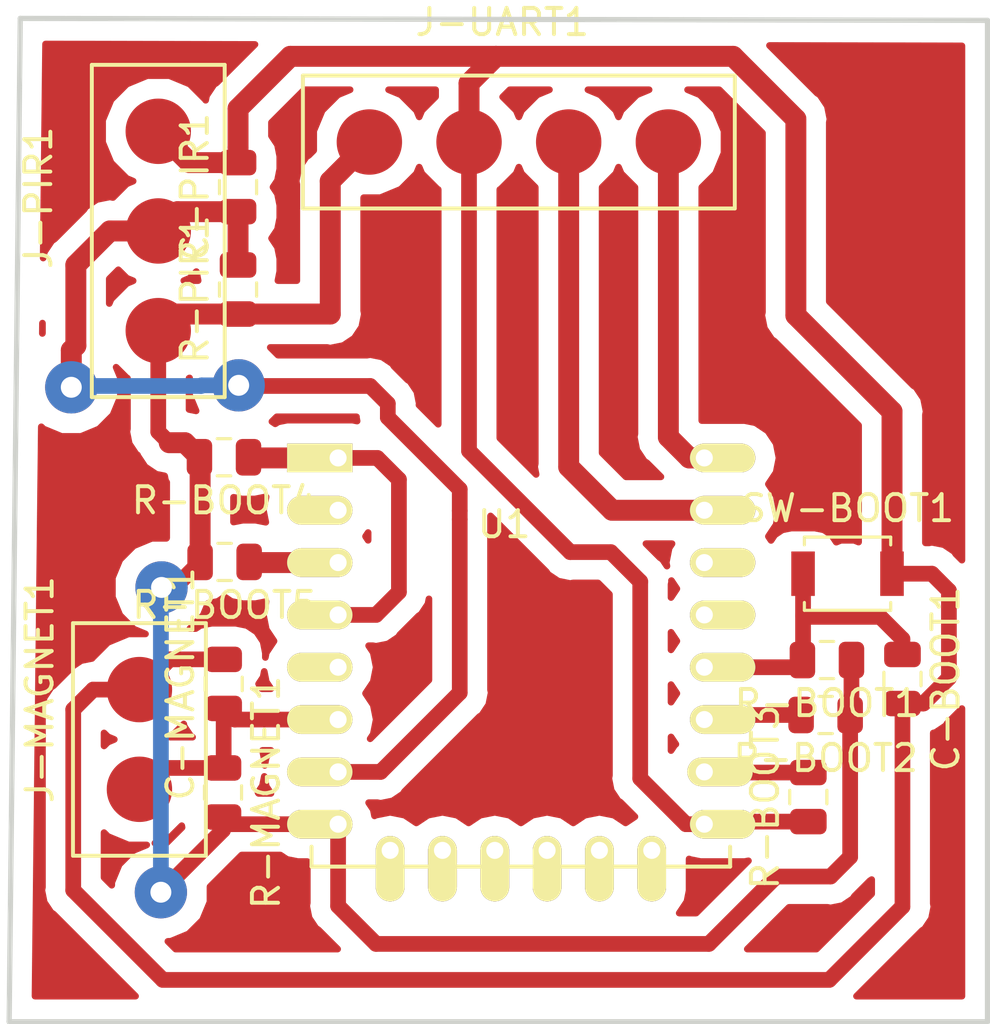
<source format=kicad_pcb>
(kicad_pcb (version 20171130) (host pcbnew 5.0.1)

  (general
    (thickness 1.6)
    (drawings 4)
    (tracks 125)
    (zones 0)
    (modules 15)
    (nets 22)
  )

  (page User 150.012 150.012)
  (layers
    (0 F.Cu signal)
    (31 B.Cu signal)
    (32 B.Adhes user hide)
    (33 F.Adhes user hide)
    (34 B.Paste user hide)
    (35 F.Paste user hide)
    (36 B.SilkS user)
    (37 F.SilkS user)
    (38 B.Mask user hide)
    (39 F.Mask user hide)
    (40 Dwgs.User user hide)
    (41 Cmts.User user hide)
    (42 Eco1.User user hide)
    (43 Eco2.User user hide)
    (44 Edge.Cuts user)
    (45 Margin user hide)
    (46 B.CrtYd user hide)
    (47 F.CrtYd user hide)
    (48 B.Fab user hide)
    (49 F.Fab user hide)
  )

  (setup
    (last_trace_width 0.6)
    (user_trace_width 0.4)
    (user_trace_width 0.6)
    (user_trace_width 0.8)
    (user_trace_width 1.2)
    (user_trace_width 1.6)
    (user_trace_width 2)
    (trace_clearance 0.2)
    (zone_clearance 0.508)
    (zone_45_only no)
    (trace_min 0.2)
    (segment_width 0.2)
    (edge_width 0.15)
    (via_size 2)
    (via_drill 0.8)
    (via_min_size 0.4)
    (via_min_drill 0.3)
    (uvia_size 0.3)
    (uvia_drill 0.1)
    (uvias_allowed no)
    (uvia_min_size 0.2)
    (uvia_min_drill 0.1)
    (pcb_text_width 0.3)
    (pcb_text_size 1.5 1.5)
    (mod_edge_width 0.15)
    (mod_text_size 1 1)
    (mod_text_width 0.15)
    (pad_size 1.524 1.524)
    (pad_drill 0.762)
    (pad_to_mask_clearance 0.051)
    (solder_mask_min_width 0.25)
    (aux_axis_origin 0 0)
    (visible_elements FFFFEF1F)
    (pcbplotparams
      (layerselection 0x010fc_ffffffff)
      (usegerberextensions false)
      (usegerberattributes false)
      (usegerberadvancedattributes false)
      (creategerberjobfile false)
      (excludeedgelayer true)
      (linewidth 0.100000)
      (plotframeref false)
      (viasonmask false)
      (mode 1)
      (useauxorigin false)
      (hpglpennumber 1)
      (hpglpenspeed 20)
      (hpglpendiameter 15.000000)
      (psnegative false)
      (psa4output false)
      (plotreference true)
      (plotvalue true)
      (plotinvisibletext false)
      (padsonsilk false)
      (subtractmaskfromsilk false)
      (outputformat 1)
      (mirror false)
      (drillshape 1)
      (scaleselection 1)
      (outputdirectory ""))
  )

  (net 0 "")
  (net 1 /GPIO_0)
  (net 2 GND)
  (net 3 /GPIO_12)
  (net 4 VDD)
  (net 5 /GPIO_13)
  (net 6 /RX)
  (net 7 /TX)
  (net 8 "Net-(R-BOOT2-Pad2)")
  (net 9 "Net-(R-BOOT3-Pad2)")
  (net 10 /nRST)
  (net 11 "Net-(R-BOOT5-Pad1)")
  (net 12 "Net-(U1-Pad2)")
  (net 13 "Net-(U1-Pad5)")
  (net 14 "Net-(U1-Pad13)")
  (net 15 "Net-(U1-Pad14)")
  (net 16 "Net-(U1-Pad17)")
  (net 17 "Net-(U1-Pad18)")
  (net 18 "Net-(U1-Pad19)")
  (net 19 "Net-(U1-Pad20)")
  (net 20 "Net-(U1-Pad21)")
  (net 21 "Net-(U1-Pad22)")

  (net_class Default "This is the default net class."
    (clearance 0.2)
    (trace_width 0.25)
    (via_dia 2)
    (via_drill 0.8)
    (uvia_dia 0.3)
    (uvia_drill 0.1)
    (add_net /GPIO_0)
    (add_net /GPIO_12)
    (add_net /GPIO_13)
    (add_net /RX)
    (add_net /TX)
    (add_net /nRST)
    (add_net GND)
    (add_net "Net-(R-BOOT2-Pad2)")
    (add_net "Net-(R-BOOT3-Pad2)")
    (add_net "Net-(R-BOOT5-Pad1)")
    (add_net "Net-(U1-Pad13)")
    (add_net "Net-(U1-Pad14)")
    (add_net "Net-(U1-Pad17)")
    (add_net "Net-(U1-Pad18)")
    (add_net "Net-(U1-Pad19)")
    (add_net "Net-(U1-Pad2)")
    (add_net "Net-(U1-Pad20)")
    (add_net "Net-(U1-Pad21)")
    (add_net "Net-(U1-Pad22)")
    (add_net "Net-(U1-Pad5)")
    (add_net VDD)
  )

  (module Resistor_SMD:R_0805_2012Metric (layer F.Cu) (tedit 5B36C52B) (tstamp 5DFB362F)
    (at 82.95 68.2125 90)
    (descr "Resistor SMD 0805 (2012 Metric), square (rectangular) end terminal, IPC_7351 nominal, (Body size source: https://docs.google.com/spreadsheets/d/1BsfQQcO9C6DZCsRaXUlFlo91Tg2WpOkGARC1WS5S8t0/edit?usp=sharing), generated with kicad-footprint-generator")
    (tags resistor)
    (path /5DB32DE7)
    (attr smd)
    (fp_text reference R-BOOT3 (at 0 -1.65 90) (layer F.SilkS)
      (effects (font (size 1 1) (thickness 0.15)))
    )
    (fp_text value 10K (at 0 1.65 90) (layer F.Fab)
      (effects (font (size 1 1) (thickness 0.15)))
    )
    (fp_line (start -1 0.6) (end -1 -0.6) (layer F.Fab) (width 0.1))
    (fp_line (start -1 -0.6) (end 1 -0.6) (layer F.Fab) (width 0.1))
    (fp_line (start 1 -0.6) (end 1 0.6) (layer F.Fab) (width 0.1))
    (fp_line (start 1 0.6) (end -1 0.6) (layer F.Fab) (width 0.1))
    (fp_line (start -0.258578 -0.71) (end 0.258578 -0.71) (layer F.SilkS) (width 0.12))
    (fp_line (start -0.258578 0.71) (end 0.258578 0.71) (layer F.SilkS) (width 0.12))
    (fp_line (start -1.68 0.95) (end -1.68 -0.95) (layer F.CrtYd) (width 0.05))
    (fp_line (start -1.68 -0.95) (end 1.68 -0.95) (layer F.CrtYd) (width 0.05))
    (fp_line (start 1.68 -0.95) (end 1.68 0.95) (layer F.CrtYd) (width 0.05))
    (fp_line (start 1.68 0.95) (end -1.68 0.95) (layer F.CrtYd) (width 0.05))
    (fp_text user %R (at 0 0 90) (layer F.Fab)
      (effects (font (size 0.5 0.5) (thickness 0.08)))
    )
    (pad 1 smd roundrect (at -0.9375 0 90) (size 0.975 1.4) (layers F.Cu F.Paste F.Mask) (roundrect_rratio 0.25)
      (net 2 GND))
    (pad 2 smd roundrect (at 0.9375 0 90) (size 0.975 1.4) (layers F.Cu F.Paste F.Mask) (roundrect_rratio 0.25)
      (net 9 "Net-(R-BOOT3-Pad2)"))
    (model ${KISYS3DMOD}/Resistor_SMD.3dshapes/R_0805_2012Metric.wrl
      (at (xyz 0 0 0))
      (scale (xyz 1 1 1))
      (rotate (xyz 0 0 0))
    )
  )

  (module Capacitor_SMD:C_0805_2012Metric (layer F.Cu) (tedit 5B36C52B) (tstamp 5DFB35B6)
    (at 86.55 63.7 270)
    (descr "Capacitor SMD 0805 (2012 Metric), square (rectangular) end terminal, IPC_7351 nominal, (Body size source: https://docs.google.com/spreadsheets/d/1BsfQQcO9C6DZCsRaXUlFlo91Tg2WpOkGARC1WS5S8t0/edit?usp=sharing), generated with kicad-footprint-generator")
    (tags capacitor)
    (path /5DB34DDB)
    (attr smd)
    (fp_text reference C-BOOT1 (at 0 -1.65 270) (layer F.SilkS)
      (effects (font (size 1 1) (thickness 0.15)))
    )
    (fp_text value C (at 0 1.65 270) (layer F.Fab)
      (effects (font (size 1 1) (thickness 0.15)))
    )
    (fp_line (start -1 0.6) (end -1 -0.6) (layer F.Fab) (width 0.1))
    (fp_line (start -1 -0.6) (end 1 -0.6) (layer F.Fab) (width 0.1))
    (fp_line (start 1 -0.6) (end 1 0.6) (layer F.Fab) (width 0.1))
    (fp_line (start 1 0.6) (end -1 0.6) (layer F.Fab) (width 0.1))
    (fp_line (start -0.258578 -0.71) (end 0.258578 -0.71) (layer F.SilkS) (width 0.12))
    (fp_line (start -0.258578 0.71) (end 0.258578 0.71) (layer F.SilkS) (width 0.12))
    (fp_line (start -1.68 0.95) (end -1.68 -0.95) (layer F.CrtYd) (width 0.05))
    (fp_line (start -1.68 -0.95) (end 1.68 -0.95) (layer F.CrtYd) (width 0.05))
    (fp_line (start 1.68 -0.95) (end 1.68 0.95) (layer F.CrtYd) (width 0.05))
    (fp_line (start 1.68 0.95) (end -1.68 0.95) (layer F.CrtYd) (width 0.05))
    (fp_text user %R (at 0 0 270) (layer F.Fab)
      (effects (font (size 0.5 0.5) (thickness 0.08)))
    )
    (pad 1 smd roundrect (at -0.9375 0 270) (size 0.975 1.4) (layers F.Cu F.Paste F.Mask) (roundrect_rratio 0.25)
      (net 1 /GPIO_0))
    (pad 2 smd roundrect (at 0.9375 0 270) (size 0.975 1.4) (layers F.Cu F.Paste F.Mask) (roundrect_rratio 0.25)
      (net 2 GND))
    (model ${KISYS3DMOD}/Capacitor_SMD.3dshapes/C_0805_2012Metric.wrl
      (at (xyz 0 0 0))
      (scale (xyz 1 1 1))
      (rotate (xyz 0 0 0))
    )
  )

  (module Capacitor_SMD:C_0805_2012Metric (layer F.Cu) (tedit 5B36C52B) (tstamp 5DFB35C7)
    (at 60.6 63.8875 90)
    (descr "Capacitor SMD 0805 (2012 Metric), square (rectangular) end terminal, IPC_7351 nominal, (Body size source: https://docs.google.com/spreadsheets/d/1BsfQQcO9C6DZCsRaXUlFlo91Tg2WpOkGARC1WS5S8t0/edit?usp=sharing), generated with kicad-footprint-generator")
    (tags capacitor)
    (path /5DB45312)
    (attr smd)
    (fp_text reference C-MAGNET1 (at 0 -1.65 90) (layer F.SilkS)
      (effects (font (size 1 1) (thickness 0.15)))
    )
    (fp_text value C (at 0 1.65 90) (layer F.Fab)
      (effects (font (size 1 1) (thickness 0.15)))
    )
    (fp_line (start -1 0.6) (end -1 -0.6) (layer F.Fab) (width 0.1))
    (fp_line (start -1 -0.6) (end 1 -0.6) (layer F.Fab) (width 0.1))
    (fp_line (start 1 -0.6) (end 1 0.6) (layer F.Fab) (width 0.1))
    (fp_line (start 1 0.6) (end -1 0.6) (layer F.Fab) (width 0.1))
    (fp_line (start -0.258578 -0.71) (end 0.258578 -0.71) (layer F.SilkS) (width 0.12))
    (fp_line (start -0.258578 0.71) (end 0.258578 0.71) (layer F.SilkS) (width 0.12))
    (fp_line (start -1.68 0.95) (end -1.68 -0.95) (layer F.CrtYd) (width 0.05))
    (fp_line (start -1.68 -0.95) (end 1.68 -0.95) (layer F.CrtYd) (width 0.05))
    (fp_line (start 1.68 -0.95) (end 1.68 0.95) (layer F.CrtYd) (width 0.05))
    (fp_line (start 1.68 0.95) (end -1.68 0.95) (layer F.CrtYd) (width 0.05))
    (fp_text user %R (at 0 0 90) (layer F.Fab)
      (effects (font (size 0.5 0.5) (thickness 0.08)))
    )
    (pad 1 smd roundrect (at -0.9375 0 90) (size 0.975 1.4) (layers F.Cu F.Paste F.Mask) (roundrect_rratio 0.25)
      (net 3 /GPIO_12))
    (pad 2 smd roundrect (at 0.9375 0 90) (size 0.975 1.4) (layers F.Cu F.Paste F.Mask) (roundrect_rratio 0.25)
      (net 2 GND))
    (model ${KISYS3DMOD}/Capacitor_SMD.3dshapes/C_0805_2012Metric.wrl
      (at (xyz 0 0 0))
      (scale (xyz 1 1 1))
      (rotate (xyz 0 0 0))
    )
  )

  (module Capacitor_SMD:C_0805_2012Metric (layer F.Cu) (tedit 5B36C52B) (tstamp 5DFB35D8)
    (at 61.15 44.9 90)
    (descr "Capacitor SMD 0805 (2012 Metric), square (rectangular) end terminal, IPC_7351 nominal, (Body size source: https://docs.google.com/spreadsheets/d/1BsfQQcO9C6DZCsRaXUlFlo91Tg2WpOkGARC1WS5S8t0/edit?usp=sharing), generated with kicad-footprint-generator")
    (tags capacitor)
    (path /5DB4523C)
    (attr smd)
    (fp_text reference C-PIR1 (at 0 -1.65 90) (layer F.SilkS)
      (effects (font (size 1 1) (thickness 0.15)))
    )
    (fp_text value C (at 0 1.65 90) (layer F.Fab)
      (effects (font (size 1 1) (thickness 0.15)))
    )
    (fp_text user %R (at 0 0 90) (layer F.Fab)
      (effects (font (size 0.5 0.5) (thickness 0.08)))
    )
    (fp_line (start 1.68 0.95) (end -1.68 0.95) (layer F.CrtYd) (width 0.05))
    (fp_line (start 1.68 -0.95) (end 1.68 0.95) (layer F.CrtYd) (width 0.05))
    (fp_line (start -1.68 -0.95) (end 1.68 -0.95) (layer F.CrtYd) (width 0.05))
    (fp_line (start -1.68 0.95) (end -1.68 -0.95) (layer F.CrtYd) (width 0.05))
    (fp_line (start -0.258578 0.71) (end 0.258578 0.71) (layer F.SilkS) (width 0.12))
    (fp_line (start -0.258578 -0.71) (end 0.258578 -0.71) (layer F.SilkS) (width 0.12))
    (fp_line (start 1 0.6) (end -1 0.6) (layer F.Fab) (width 0.1))
    (fp_line (start 1 -0.6) (end 1 0.6) (layer F.Fab) (width 0.1))
    (fp_line (start -1 -0.6) (end 1 -0.6) (layer F.Fab) (width 0.1))
    (fp_line (start -1 0.6) (end -1 -0.6) (layer F.Fab) (width 0.1))
    (pad 2 smd roundrect (at 0.9375 0 90) (size 0.975 1.4) (layers F.Cu F.Paste F.Mask) (roundrect_rratio 0.25)
      (net 2 GND))
    (pad 1 smd roundrect (at -0.9375 0 90) (size 0.975 1.4) (layers F.Cu F.Paste F.Mask) (roundrect_rratio 0.25)
      (net 5 /GPIO_13))
    (model ${KISYS3DMOD}/Capacitor_SMD.3dshapes/C_0805_2012Metric.wrl
      (at (xyz 0 0 0))
      (scale (xyz 1 1 1))
      (rotate (xyz 0 0 0))
    )
  )

  (module solder_pads:solderpads_1x2 (layer F.Cu) (tedit 5DB349E7) (tstamp 5DFB35E4)
    (at 52.3 65.375 90)
    (path /5DB3A58C)
    (attr smd)
    (fp_text reference J-MAGNET1 (at 1.27 1.27 90) (layer F.SilkS)
      (effects (font (size 1 1) (thickness 0.15)))
    )
    (fp_text value Conn_01x02_Male (at 0 0 90) (layer F.Fab)
      (effects (font (size 1 1) (thickness 0.15)))
    )
    (fp_line (start -3.81 2.54) (end 3.81 2.54) (layer F.SilkS) (width 0.15))
    (fp_line (start 3.81 2.54) (end 3.81 7.62) (layer F.SilkS) (width 0.15))
    (fp_line (start 3.81 7.62) (end -3.81 7.62) (layer F.SilkS) (width 0.15))
    (fp_line (start -3.81 7.62) (end -5.08 7.62) (layer F.SilkS) (width 0.15))
    (fp_line (start -5.08 7.62) (end -5.08 2.54) (layer F.SilkS) (width 0.15))
    (fp_line (start -5.08 2.54) (end -3.81 2.54) (layer F.SilkS) (width 0.15))
    (pad 1 smd circle (at -2.54 5.08 90) (size 2.5 2.5) (layers F.Cu F.Paste F.Mask)
      (net 3 /GPIO_12))
    (pad 2 smd circle (at 1.27 5.08 90) (size 2.5 2.5) (layers F.Cu F.Paste F.Mask)
      (net 2 GND))
  )

  (module solder_pads:solderpads_1x3 (layer F.Cu) (tedit 5DB34A38) (tstamp 5DFB35F0)
    (at 53.02 45.305 90)
    (path /5DB3E48F)
    (fp_text reference J-PIR1 (at 0 0.5 90) (layer F.SilkS)
      (effects (font (size 1 1) (thickness 0.15)))
    )
    (fp_text value Conn_01x03_Male (at 0 -0.5 90) (layer F.Fab)
      (effects (font (size 1 1) (thickness 0.15)))
    )
    (fp_line (start -6.35 2.54) (end 5.08 2.54) (layer F.SilkS) (width 0.15))
    (fp_line (start 5.08 2.54) (end 5.08 7.62) (layer F.SilkS) (width 0.15))
    (fp_line (start 5.08 7.62) (end -7.62 7.62) (layer F.SilkS) (width 0.15))
    (fp_line (start -7.62 7.62) (end -7.62 2.54) (layer F.SilkS) (width 0.15))
    (fp_line (start -7.62 2.54) (end -6.35 2.54) (layer F.SilkS) (width 0.15))
    (pad 1 smd circle (at -5.08 5.08 90) (size 2.5 2.5) (layers F.Cu F.Paste F.Mask)
      (net 4 VDD))
    (pad 2 smd circle (at -1.27 5.08 90) (size 2.5 2.5) (layers F.Cu F.Paste F.Mask)
      (net 5 /GPIO_13))
    (pad 3 smd circle (at 2.54 5.08 90) (size 2.5 2.5) (layers F.Cu F.Paste F.Mask)
      (net 2 GND))
  )

  (module solder_pads:solderpads_1x4 (layer F.Cu) (tedit 5DB34A6B) (tstamp 5DFB35FC)
    (at 71.25 38.095)
    (path /5DB364CA)
    (fp_text reference J-UART1 (at 0 0.5) (layer F.SilkS)
      (effects (font (size 1 1) (thickness 0.15)))
    )
    (fp_text value Conn_01x04_Male (at 0 -0.5) (layer F.Fab)
      (effects (font (size 1 1) (thickness 0.15)))
    )
    (fp_line (start -7.62 2.54) (end 8.89 2.54) (layer F.SilkS) (width 0.15))
    (fp_line (start 8.89 2.54) (end 8.89 7.62) (layer F.SilkS) (width 0.15))
    (fp_line (start 8.89 7.62) (end -7.62 7.62) (layer F.SilkS) (width 0.15))
    (fp_line (start -7.62 7.62) (end -7.62 2.54) (layer F.SilkS) (width 0.15))
    (pad 1 smd circle (at -5.08 5.08) (size 2.5 2.5) (layers F.Cu F.Paste F.Mask)
      (net 4 VDD))
    (pad 2 smd circle (at -1.27 5.08) (size 2.5 2.5) (layers F.Cu F.Paste F.Mask)
      (net 2 GND))
    (pad 3 smd circle (at 2.54 5.08) (size 2.5 2.5) (layers F.Cu F.Paste F.Mask)
      (net 6 /RX))
    (pad 4 smd circle (at 6.35 5.08) (size 2.5 2.5) (layers F.Cu F.Paste F.Mask)
      (net 7 /TX))
  )

  (module Resistor_SMD:R_0805_2012Metric (layer F.Cu) (tedit 5B36C52B) (tstamp 5DFB360D)
    (at 83.6625 62.975 180)
    (descr "Resistor SMD 0805 (2012 Metric), square (rectangular) end terminal, IPC_7351 nominal, (Body size source: https://docs.google.com/spreadsheets/d/1BsfQQcO9C6DZCsRaXUlFlo91Tg2WpOkGARC1WS5S8t0/edit?usp=sharing), generated with kicad-footprint-generator")
    (tags resistor)
    (path /5DB331A4)
    (attr smd)
    (fp_text reference R-BOOT1 (at 0 -1.65 180) (layer F.SilkS)
      (effects (font (size 1 1) (thickness 0.15)))
    )
    (fp_text value 10K (at 0 1.65 180) (layer F.Fab)
      (effects (font (size 1 1) (thickness 0.15)))
    )
    (fp_line (start -1 0.6) (end -1 -0.6) (layer F.Fab) (width 0.1))
    (fp_line (start -1 -0.6) (end 1 -0.6) (layer F.Fab) (width 0.1))
    (fp_line (start 1 -0.6) (end 1 0.6) (layer F.Fab) (width 0.1))
    (fp_line (start 1 0.6) (end -1 0.6) (layer F.Fab) (width 0.1))
    (fp_line (start -0.258578 -0.71) (end 0.258578 -0.71) (layer F.SilkS) (width 0.12))
    (fp_line (start -0.258578 0.71) (end 0.258578 0.71) (layer F.SilkS) (width 0.12))
    (fp_line (start -1.68 0.95) (end -1.68 -0.95) (layer F.CrtYd) (width 0.05))
    (fp_line (start -1.68 -0.95) (end 1.68 -0.95) (layer F.CrtYd) (width 0.05))
    (fp_line (start 1.68 -0.95) (end 1.68 0.95) (layer F.CrtYd) (width 0.05))
    (fp_line (start 1.68 0.95) (end -1.68 0.95) (layer F.CrtYd) (width 0.05))
    (fp_text user %R (at 0 0 180) (layer F.Fab)
      (effects (font (size 0.5 0.5) (thickness 0.08)))
    )
    (pad 1 smd roundrect (at -0.9375 0 180) (size 0.975 1.4) (layers F.Cu F.Paste F.Mask) (roundrect_rratio 0.25)
      (net 4 VDD))
    (pad 2 smd roundrect (at 0.9375 0 180) (size 0.975 1.4) (layers F.Cu F.Paste F.Mask) (roundrect_rratio 0.25)
      (net 1 /GPIO_0))
    (model ${KISYS3DMOD}/Resistor_SMD.3dshapes/R_0805_2012Metric.wrl
      (at (xyz 0 0 0))
      (scale (xyz 1 1 1))
      (rotate (xyz 0 0 0))
    )
  )

  (module Resistor_SMD:R_0805_2012Metric (layer F.Cu) (tedit 5B36C52B) (tstamp 5DFB361E)
    (at 83.6125 65.075 180)
    (descr "Resistor SMD 0805 (2012 Metric), square (rectangular) end terminal, IPC_7351 nominal, (Body size source: https://docs.google.com/spreadsheets/d/1BsfQQcO9C6DZCsRaXUlFlo91Tg2WpOkGARC1WS5S8t0/edit?usp=sharing), generated with kicad-footprint-generator")
    (tags resistor)
    (path /5DB33101)
    (attr smd)
    (fp_text reference R-BOOT2 (at 0 -1.65 180) (layer F.SilkS)
      (effects (font (size 1 1) (thickness 0.15)))
    )
    (fp_text value 10K (at 0 1.65 180) (layer F.Fab)
      (effects (font (size 1 1) (thickness 0.15)))
    )
    (fp_text user %R (at 0 0 180) (layer F.Fab)
      (effects (font (size 0.5 0.5) (thickness 0.08)))
    )
    (fp_line (start 1.68 0.95) (end -1.68 0.95) (layer F.CrtYd) (width 0.05))
    (fp_line (start 1.68 -0.95) (end 1.68 0.95) (layer F.CrtYd) (width 0.05))
    (fp_line (start -1.68 -0.95) (end 1.68 -0.95) (layer F.CrtYd) (width 0.05))
    (fp_line (start -1.68 0.95) (end -1.68 -0.95) (layer F.CrtYd) (width 0.05))
    (fp_line (start -0.258578 0.71) (end 0.258578 0.71) (layer F.SilkS) (width 0.12))
    (fp_line (start -0.258578 -0.71) (end 0.258578 -0.71) (layer F.SilkS) (width 0.12))
    (fp_line (start 1 0.6) (end -1 0.6) (layer F.Fab) (width 0.1))
    (fp_line (start 1 -0.6) (end 1 0.6) (layer F.Fab) (width 0.1))
    (fp_line (start -1 -0.6) (end 1 -0.6) (layer F.Fab) (width 0.1))
    (fp_line (start -1 0.6) (end -1 -0.6) (layer F.Fab) (width 0.1))
    (pad 2 smd roundrect (at 0.9375 0 180) (size 0.975 1.4) (layers F.Cu F.Paste F.Mask) (roundrect_rratio 0.25)
      (net 8 "Net-(R-BOOT2-Pad2)"))
    (pad 1 smd roundrect (at -0.9375 0 180) (size 0.975 1.4) (layers F.Cu F.Paste F.Mask) (roundrect_rratio 0.25)
      (net 4 VDD))
    (model ${KISYS3DMOD}/Resistor_SMD.3dshapes/R_0805_2012Metric.wrl
      (at (xyz 0 0 0))
      (scale (xyz 1 1 1))
      (rotate (xyz 0 0 0))
    )
  )

  (module Resistor_SMD:R_0805_2012Metric (layer F.Cu) (tedit 5B36C52B) (tstamp 5DFB3640)
    (at 60.6125 55.225 180)
    (descr "Resistor SMD 0805 (2012 Metric), square (rectangular) end terminal, IPC_7351 nominal, (Body size source: https://docs.google.com/spreadsheets/d/1BsfQQcO9C6DZCsRaXUlFlo91Tg2WpOkGARC1WS5S8t0/edit?usp=sharing), generated with kicad-footprint-generator")
    (tags resistor)
    (path /5DB33B3B)
    (attr smd)
    (fp_text reference R-BOOT4 (at 0 -1.65 180) (layer F.SilkS)
      (effects (font (size 1 1) (thickness 0.15)))
    )
    (fp_text value 10K (at 0 1.65 180) (layer F.Fab)
      (effects (font (size 1 1) (thickness 0.15)))
    )
    (fp_line (start -1 0.6) (end -1 -0.6) (layer F.Fab) (width 0.1))
    (fp_line (start -1 -0.6) (end 1 -0.6) (layer F.Fab) (width 0.1))
    (fp_line (start 1 -0.6) (end 1 0.6) (layer F.Fab) (width 0.1))
    (fp_line (start 1 0.6) (end -1 0.6) (layer F.Fab) (width 0.1))
    (fp_line (start -0.258578 -0.71) (end 0.258578 -0.71) (layer F.SilkS) (width 0.12))
    (fp_line (start -0.258578 0.71) (end 0.258578 0.71) (layer F.SilkS) (width 0.12))
    (fp_line (start -1.68 0.95) (end -1.68 -0.95) (layer F.CrtYd) (width 0.05))
    (fp_line (start -1.68 -0.95) (end 1.68 -0.95) (layer F.CrtYd) (width 0.05))
    (fp_line (start 1.68 -0.95) (end 1.68 0.95) (layer F.CrtYd) (width 0.05))
    (fp_line (start 1.68 0.95) (end -1.68 0.95) (layer F.CrtYd) (width 0.05))
    (fp_text user %R (at 0 0 180) (layer F.Fab)
      (effects (font (size 0.5 0.5) (thickness 0.08)))
    )
    (pad 1 smd roundrect (at -0.9375 0 180) (size 0.975 1.4) (layers F.Cu F.Paste F.Mask) (roundrect_rratio 0.25)
      (net 10 /nRST))
    (pad 2 smd roundrect (at 0.9375 0 180) (size 0.975 1.4) (layers F.Cu F.Paste F.Mask) (roundrect_rratio 0.25)
      (net 4 VDD))
    (model ${KISYS3DMOD}/Resistor_SMD.3dshapes/R_0805_2012Metric.wrl
      (at (xyz 0 0 0))
      (scale (xyz 1 1 1))
      (rotate (xyz 0 0 0))
    )
  )

  (module Resistor_SMD:R_0805_2012Metric (layer F.Cu) (tedit 5B36C52B) (tstamp 5DFB3651)
    (at 60.6375 59.225 180)
    (descr "Resistor SMD 0805 (2012 Metric), square (rectangular) end terminal, IPC_7351 nominal, (Body size source: https://docs.google.com/spreadsheets/d/1BsfQQcO9C6DZCsRaXUlFlo91Tg2WpOkGARC1WS5S8t0/edit?usp=sharing), generated with kicad-footprint-generator")
    (tags resistor)
    (path /5DB33752)
    (attr smd)
    (fp_text reference R-BOOT5 (at 0 -1.65 180) (layer F.SilkS)
      (effects (font (size 1 1) (thickness 0.15)))
    )
    (fp_text value 10K (at 0 1.65 180) (layer F.Fab)
      (effects (font (size 1 1) (thickness 0.15)))
    )
    (fp_text user %R (at 0 0 180) (layer F.Fab)
      (effects (font (size 0.5 0.5) (thickness 0.08)))
    )
    (fp_line (start 1.68 0.95) (end -1.68 0.95) (layer F.CrtYd) (width 0.05))
    (fp_line (start 1.68 -0.95) (end 1.68 0.95) (layer F.CrtYd) (width 0.05))
    (fp_line (start -1.68 -0.95) (end 1.68 -0.95) (layer F.CrtYd) (width 0.05))
    (fp_line (start -1.68 0.95) (end -1.68 -0.95) (layer F.CrtYd) (width 0.05))
    (fp_line (start -0.258578 0.71) (end 0.258578 0.71) (layer F.SilkS) (width 0.12))
    (fp_line (start -0.258578 -0.71) (end 0.258578 -0.71) (layer F.SilkS) (width 0.12))
    (fp_line (start 1 0.6) (end -1 0.6) (layer F.Fab) (width 0.1))
    (fp_line (start 1 -0.6) (end 1 0.6) (layer F.Fab) (width 0.1))
    (fp_line (start -1 -0.6) (end 1 -0.6) (layer F.Fab) (width 0.1))
    (fp_line (start -1 0.6) (end -1 -0.6) (layer F.Fab) (width 0.1))
    (pad 2 smd roundrect (at 0.9375 0 180) (size 0.975 1.4) (layers F.Cu F.Paste F.Mask) (roundrect_rratio 0.25)
      (net 4 VDD))
    (pad 1 smd roundrect (at -0.9375 0 180) (size 0.975 1.4) (layers F.Cu F.Paste F.Mask) (roundrect_rratio 0.25)
      (net 11 "Net-(R-BOOT5-Pad1)"))
    (model ${KISYS3DMOD}/Resistor_SMD.3dshapes/R_0805_2012Metric.wrl
      (at (xyz 0 0 0))
      (scale (xyz 1 1 1))
      (rotate (xyz 0 0 0))
    )
  )

  (module Resistor_SMD:R_0805_2012Metric (layer F.Cu) (tedit 5B36C52B) (tstamp 5DFB3662)
    (at 60.575 68.0375 270)
    (descr "Resistor SMD 0805 (2012 Metric), square (rectangular) end terminal, IPC_7351 nominal, (Body size source: https://docs.google.com/spreadsheets/d/1BsfQQcO9C6DZCsRaXUlFlo91Tg2WpOkGARC1WS5S8t0/edit?usp=sharing), generated with kicad-footprint-generator")
    (tags resistor)
    (path /5DB3C04C)
    (attr smd)
    (fp_text reference R-MAGNET1 (at 0 -1.65 270) (layer F.SilkS)
      (effects (font (size 1 1) (thickness 0.15)))
    )
    (fp_text value 10K (at 0 1.65 270) (layer F.Fab)
      (effects (font (size 1 1) (thickness 0.15)))
    )
    (fp_text user %R (at 0 0 270) (layer F.Fab)
      (effects (font (size 0.5 0.5) (thickness 0.08)))
    )
    (fp_line (start 1.68 0.95) (end -1.68 0.95) (layer F.CrtYd) (width 0.05))
    (fp_line (start 1.68 -0.95) (end 1.68 0.95) (layer F.CrtYd) (width 0.05))
    (fp_line (start -1.68 -0.95) (end 1.68 -0.95) (layer F.CrtYd) (width 0.05))
    (fp_line (start -1.68 0.95) (end -1.68 -0.95) (layer F.CrtYd) (width 0.05))
    (fp_line (start -0.258578 0.71) (end 0.258578 0.71) (layer F.SilkS) (width 0.12))
    (fp_line (start -0.258578 -0.71) (end 0.258578 -0.71) (layer F.SilkS) (width 0.12))
    (fp_line (start 1 0.6) (end -1 0.6) (layer F.Fab) (width 0.1))
    (fp_line (start 1 -0.6) (end 1 0.6) (layer F.Fab) (width 0.1))
    (fp_line (start -1 -0.6) (end 1 -0.6) (layer F.Fab) (width 0.1))
    (fp_line (start -1 0.6) (end -1 -0.6) (layer F.Fab) (width 0.1))
    (pad 2 smd roundrect (at 0.9375 0 270) (size 0.975 1.4) (layers F.Cu F.Paste F.Mask) (roundrect_rratio 0.25)
      (net 4 VDD))
    (pad 1 smd roundrect (at -0.9375 0 270) (size 0.975 1.4) (layers F.Cu F.Paste F.Mask) (roundrect_rratio 0.25)
      (net 3 /GPIO_12))
    (model ${KISYS3DMOD}/Resistor_SMD.3dshapes/R_0805_2012Metric.wrl
      (at (xyz 0 0 0))
      (scale (xyz 1 1 1))
      (rotate (xyz 0 0 0))
    )
  )

  (module Resistor_SMD:R_0805_2012Metric (layer F.Cu) (tedit 5B36C52B) (tstamp 5DFB3673)
    (at 61.15 48.8125 90)
    (descr "Resistor SMD 0805 (2012 Metric), square (rectangular) end terminal, IPC_7351 nominal, (Body size source: https://docs.google.com/spreadsheets/d/1BsfQQcO9C6DZCsRaXUlFlo91Tg2WpOkGARC1WS5S8t0/edit?usp=sharing), generated with kicad-footprint-generator")
    (tags resistor)
    (path /5DB40212)
    (attr smd)
    (fp_text reference R-PIR1 (at 0 -1.65 90) (layer F.SilkS)
      (effects (font (size 1 1) (thickness 0.15)))
    )
    (fp_text value 10K (at 0 1.65 90) (layer F.Fab)
      (effects (font (size 1 1) (thickness 0.15)))
    )
    (fp_line (start -1 0.6) (end -1 -0.6) (layer F.Fab) (width 0.1))
    (fp_line (start -1 -0.6) (end 1 -0.6) (layer F.Fab) (width 0.1))
    (fp_line (start 1 -0.6) (end 1 0.6) (layer F.Fab) (width 0.1))
    (fp_line (start 1 0.6) (end -1 0.6) (layer F.Fab) (width 0.1))
    (fp_line (start -0.258578 -0.71) (end 0.258578 -0.71) (layer F.SilkS) (width 0.12))
    (fp_line (start -0.258578 0.71) (end 0.258578 0.71) (layer F.SilkS) (width 0.12))
    (fp_line (start -1.68 0.95) (end -1.68 -0.95) (layer F.CrtYd) (width 0.05))
    (fp_line (start -1.68 -0.95) (end 1.68 -0.95) (layer F.CrtYd) (width 0.05))
    (fp_line (start 1.68 -0.95) (end 1.68 0.95) (layer F.CrtYd) (width 0.05))
    (fp_line (start 1.68 0.95) (end -1.68 0.95) (layer F.CrtYd) (width 0.05))
    (fp_text user %R (at 0 0 90) (layer F.Fab)
      (effects (font (size 0.5 0.5) (thickness 0.08)))
    )
    (pad 1 smd roundrect (at -0.9375 0 90) (size 0.975 1.4) (layers F.Cu F.Paste F.Mask) (roundrect_rratio 0.25)
      (net 4 VDD))
    (pad 2 smd roundrect (at 0.9375 0 90) (size 0.975 1.4) (layers F.Cu F.Paste F.Mask) (roundrect_rratio 0.25)
      (net 5 /GPIO_13))
    (model ${KISYS3DMOD}/Resistor_SMD.3dshapes/R_0805_2012Metric.wrl
      (at (xyz 0 0 0))
      (scale (xyz 1 1 1))
      (rotate (xyz 0 0 0))
    )
  )

  (module Button_Switch_SMD:SW_SPST_B3U-1000P-B (layer F.Cu) (tedit 5A02FC95) (tstamp 5DFB368A)
    (at 84.45 59.675)
    (descr "Ultra-small-sized Tactile Switch with High Contact Reliability, Top-actuated Model, without Ground Terminal, with Boss")
    (tags "Tactile Switch")
    (path /5DB345A2)
    (attr smd)
    (fp_text reference SW-BOOT1 (at 0 -2.5) (layer F.SilkS)
      (effects (font (size 1 1) (thickness 0.15)))
    )
    (fp_text value SW_Push (at 0 2.5) (layer F.Fab)
      (effects (font (size 1 1) (thickness 0.15)))
    )
    (fp_text user %R (at 0 -2.5) (layer F.Fab)
      (effects (font (size 1 1) (thickness 0.15)))
    )
    (fp_line (start -2.4 1.65) (end 2.4 1.65) (layer F.CrtYd) (width 0.05))
    (fp_line (start 2.4 1.65) (end 2.4 -1.65) (layer F.CrtYd) (width 0.05))
    (fp_line (start 2.4 -1.65) (end -2.4 -1.65) (layer F.CrtYd) (width 0.05))
    (fp_line (start -2.4 -1.65) (end -2.4 1.65) (layer F.CrtYd) (width 0.05))
    (fp_line (start -1.65 1.1) (end -1.65 1.4) (layer F.SilkS) (width 0.12))
    (fp_line (start -1.65 1.4) (end 1.65 1.4) (layer F.SilkS) (width 0.12))
    (fp_line (start 1.65 1.4) (end 1.65 1.1) (layer F.SilkS) (width 0.12))
    (fp_line (start -1.65 -1.1) (end -1.65 -1.4) (layer F.SilkS) (width 0.12))
    (fp_line (start -1.65 -1.4) (end 1.65 -1.4) (layer F.SilkS) (width 0.12))
    (fp_line (start 1.65 -1.4) (end 1.65 -1.1) (layer F.SilkS) (width 0.12))
    (fp_line (start -1.5 -1.25) (end 1.5 -1.25) (layer F.Fab) (width 0.1))
    (fp_line (start 1.5 -1.25) (end 1.5 1.25) (layer F.Fab) (width 0.1))
    (fp_line (start 1.5 1.25) (end -1.5 1.25) (layer F.Fab) (width 0.1))
    (fp_line (start -1.5 1.25) (end -1.5 -1.25) (layer F.Fab) (width 0.1))
    (fp_circle (center 0 0) (end 0.75 0) (layer F.Fab) (width 0.1))
    (pad 1 smd rect (at -1.7 0) (size 0.9 1.7) (layers F.Cu F.Paste F.Mask)
      (net 1 /GPIO_0))
    (pad 2 smd rect (at 1.7 0) (size 0.9 1.7) (layers F.Cu F.Paste F.Mask)
      (net 2 GND))
    (pad "" np_thru_hole circle (at 0 0) (size 0.8 0.8) (drill 0.8) (layers *.Cu *.Mask))
    (model ${KISYS3DMOD}/Button_Switch_SMD.3dshapes/SW_SPST_B3U-1000P-B.wrl
      (at (xyz 0 0 0))
      (scale (xyz 1 1 1))
      (rotate (xyz 0 0 0))
    )
  )

  (module ESP8266:ESP-12E (layer F.Cu) (tedit 58B47889) (tstamp 5DFB36B8)
    (at 64.975001 55.250001)
    (descr "Module, ESP-8266, ESP-12, 16 pad, SMD")
    (tags "Module ESP-8266 ESP8266")
    (path /5DB32045)
    (fp_text reference U1 (at 6.35 2.54) (layer F.SilkS)
      (effects (font (size 1 1) (thickness 0.15)))
    )
    (fp_text value ESP-12E (at 6.35 6.35) (layer F.Fab) hide
      (effects (font (size 1 1) (thickness 0.15)))
    )
    (fp_line (start -2.25 -0.5) (end -2.25 -8.75) (layer F.CrtYd) (width 0.05))
    (fp_line (start -2.25 -8.75) (end 15.25 -8.75) (layer F.CrtYd) (width 0.05))
    (fp_line (start 15.25 -8.75) (end 16.25 -8.75) (layer F.CrtYd) (width 0.05))
    (fp_line (start 16.25 -8.75) (end 16.25 16) (layer F.CrtYd) (width 0.05))
    (fp_line (start 16.25 16) (end -2.25 16) (layer F.CrtYd) (width 0.05))
    (fp_line (start -2.25 16) (end -2.25 -0.5) (layer F.CrtYd) (width 0.05))
    (fp_line (start -1.016 -8.382) (end 14.986 -8.382) (layer F.CrtYd) (width 0.1524))
    (fp_line (start 14.986 -8.382) (end 14.986 -0.889) (layer F.CrtYd) (width 0.1524))
    (fp_line (start -1.016 -8.382) (end -1.016 -1.016) (layer F.CrtYd) (width 0.1524))
    (fp_line (start -1.016 14.859) (end -1.016 15.621) (layer F.SilkS) (width 0.1524))
    (fp_line (start -1.016 15.621) (end 14.986 15.621) (layer F.SilkS) (width 0.1524))
    (fp_line (start 14.986 15.621) (end 14.986 14.859) (layer F.SilkS) (width 0.1524))
    (fp_line (start 14.992 -8.4) (end -1.008 -2.6) (layer F.CrtYd) (width 0.1524))
    (fp_line (start -1.008 -8.4) (end 14.992 -2.6) (layer F.CrtYd) (width 0.1524))
    (fp_text user "No Copper" (at 6.892 -5.4) (layer F.CrtYd)
      (effects (font (size 1 1) (thickness 0.15)))
    )
    (fp_line (start -1.008 -2.6) (end 14.992 -2.6) (layer F.CrtYd) (width 0.1524))
    (fp_line (start 15 -8.4) (end 15 15.6) (layer F.Fab) (width 0.05))
    (fp_line (start 14.992 15.6) (end -1.008 15.6) (layer F.Fab) (width 0.05))
    (fp_line (start -1.008 15.6) (end -1.008 -8.4) (layer F.Fab) (width 0.05))
    (fp_line (start -1.008 -8.4) (end 14.992 -8.4) (layer F.Fab) (width 0.05))
    (pad 1 thru_hole rect (at 0 0) (size 2.5 1.1) (drill 0.65 (offset -0.7 0)) (layers *.Cu *.Mask F.SilkS)
      (net 10 /nRST))
    (pad 2 thru_hole oval (at 0 2) (size 2.5 1.1) (drill 0.65 (offset -0.7 0)) (layers *.Cu *.Mask F.SilkS)
      (net 12 "Net-(U1-Pad2)"))
    (pad 3 thru_hole oval (at 0 4) (size 2.5 1.1) (drill 0.65 (offset -0.7 0)) (layers *.Cu *.Mask F.SilkS)
      (net 11 "Net-(R-BOOT5-Pad1)"))
    (pad 4 thru_hole oval (at 0 6) (size 2.5 1.1) (drill 0.65 (offset -0.7 0)) (layers *.Cu *.Mask F.SilkS)
      (net 10 /nRST))
    (pad 5 thru_hole oval (at 0 8) (size 2.5 1.1) (drill 0.65 (offset -0.7 0)) (layers *.Cu *.Mask F.SilkS)
      (net 13 "Net-(U1-Pad5)"))
    (pad 6 thru_hole oval (at 0 10) (size 2.5 1.1) (drill 0.65 (offset -0.7 0)) (layers *.Cu *.Mask F.SilkS)
      (net 3 /GPIO_12))
    (pad 7 thru_hole oval (at 0 12) (size 2.5 1.1) (drill 0.65 (offset -0.7 0)) (layers *.Cu *.Mask F.SilkS)
      (net 5 /GPIO_13))
    (pad 8 thru_hole oval (at 0 14) (size 2.5 1.1) (drill 0.65 (offset -0.7 0)) (layers *.Cu *.Mask F.SilkS)
      (net 4 VDD))
    (pad 9 thru_hole oval (at 14 14) (size 2.5 1.1) (drill 0.65 (offset 0.7 0)) (layers *.Cu *.Mask F.SilkS)
      (net 2 GND))
    (pad 10 thru_hole oval (at 14 12) (size 2.5 1.1) (drill 0.65 (offset 0.6 0)) (layers *.Cu *.Mask F.SilkS)
      (net 9 "Net-(R-BOOT3-Pad2)"))
    (pad 11 thru_hole oval (at 14 10) (size 2.5 1.1) (drill 0.65 (offset 0.7 0)) (layers *.Cu *.Mask F.SilkS)
      (net 8 "Net-(R-BOOT2-Pad2)"))
    (pad 12 thru_hole oval (at 14 8) (size 2.5 1.1) (drill 0.65 (offset 0.7 0)) (layers *.Cu *.Mask F.SilkS)
      (net 1 /GPIO_0))
    (pad 13 thru_hole oval (at 14 6) (size 2.5 1.1) (drill 0.65 (offset 0.7 0)) (layers *.Cu *.Mask F.SilkS)
      (net 14 "Net-(U1-Pad13)"))
    (pad 14 thru_hole oval (at 14 4) (size 2.5 1.1) (drill 0.65 (offset 0.7 0)) (layers *.Cu *.Mask F.SilkS)
      (net 15 "Net-(U1-Pad14)"))
    (pad 15 thru_hole oval (at 14 2) (size 2.5 1.1) (drill 0.65 (offset 0.7 0)) (layers *.Cu *.Mask F.SilkS)
      (net 6 /RX))
    (pad 16 thru_hole oval (at 14 0) (size 2.5 1.1) (drill 0.65 (offset 0.7 0)) (layers *.Cu *.Mask F.SilkS)
      (net 7 /TX))
    (pad 17 thru_hole oval (at 1.99 15 90) (size 2.5 1.1) (drill 0.65 (offset -0.7 0)) (layers *.Cu *.Mask F.SilkS)
      (net 16 "Net-(U1-Pad17)"))
    (pad 18 thru_hole oval (at 3.99 15 90) (size 2.5 1.1) (drill 0.65 (offset -0.7 0)) (layers *.Cu *.Mask F.SilkS)
      (net 17 "Net-(U1-Pad18)"))
    (pad 19 thru_hole oval (at 5.99 15 90) (size 2.5 1.1) (drill 0.65 (offset -0.7 0)) (layers *.Cu *.Mask F.SilkS)
      (net 18 "Net-(U1-Pad19)"))
    (pad 20 thru_hole oval (at 7.99 15 90) (size 2.5 1.1) (drill 0.65 (offset -0.7 0)) (layers *.Cu *.Mask F.SilkS)
      (net 19 "Net-(U1-Pad20)"))
    (pad 21 thru_hole oval (at 9.99 15 90) (size 2.5 1.1) (drill 0.65 (offset -0.7 0)) (layers *.Cu *.Mask F.SilkS)
      (net 20 "Net-(U1-Pad21)"))
    (pad 22 thru_hole oval (at 11.99 15 90) (size 2.5 1.1) (drill 0.65 (offset -0.7 0)) (layers *.Cu *.Mask F.SilkS)
      (net 21 "Net-(U1-Pad22)"))
    (model ${KIPRJMOD}/esp8266-kicad/ESP8266.3dshapes/ESP-12-E-better.wrl
      (at (xyz 0 0 0))
      (scale (xyz 1 1 1))
      (rotate (xyz 0 0 0))
    )
  )

  (gr_line (start 52.4 76.8) (end 52.825 38.45) (layer Edge.Cuts) (width 0.2))
  (gr_line (start 89.8 76.8) (end 52.4 76.8) (layer Edge.Cuts) (width 0.2))
  (gr_line (start 89.8 38.525) (end 89.8 76.8) (layer Edge.Cuts) (width 0.2))
  (gr_line (start 52.825 38.45) (end 89.8 38.525) (layer Edge.Cuts) (width 0.2))

  (segment (start 82.449999 63.250001) (end 82.725 62.975) (width 0.6) (layer F.Cu) (net 1))
  (segment (start 78.975001 63.250001) (end 82.449999 63.250001) (width 0.6) (layer F.Cu) (net 1))
  (segment (start 82.75 62.95) (end 82.725 62.975) (width 0.6) (layer F.Cu) (net 1))
  (segment (start 86.55 62.175) (end 85.7 61.325) (width 0.6) (layer F.Cu) (net 1))
  (segment (start 86.55 62.7625) (end 86.55 62.175) (width 0.6) (layer F.Cu) (net 1))
  (segment (start 82.8 61.325) (end 82.75 61.275) (width 0.6) (layer F.Cu) (net 1))
  (segment (start 85.7 61.325) (end 82.8 61.325) (width 0.6) (layer F.Cu) (net 1))
  (segment (start 82.75 59.675) (end 82.75 61.275) (width 0.6) (layer F.Cu) (net 1))
  (segment (start 82.75 61.275) (end 82.75 62.95) (width 0.6) (layer F.Cu) (net 1))
  (segment (start 79.075002 69.15) (end 78.975001 69.250001) (width 0.6) (layer F.Cu) (net 2))
  (segment (start 82.95 69.15) (end 79.075002 69.15) (width 0.6) (layer F.Cu) (net 2))
  (segment (start 87.35 64.6375) (end 88.325 63.6625) (width 0.6) (layer F.Cu) (net 2))
  (segment (start 86.55 64.6375) (end 87.35 64.6375) (width 0.6) (layer F.Cu) (net 2))
  (segment (start 88.325 63.6625) (end 88.325 60.325) (width 0.6) (layer F.Cu) (net 2))
  (segment (start 87.675 59.675) (end 86.15 59.675) (width 0.6) (layer F.Cu) (net 2))
  (segment (start 88.325 60.325) (end 87.675 59.675) (width 0.6) (layer F.Cu) (net 2))
  (segment (start 59.2975 43.9625) (end 58.1 42.765) (width 0.8) (layer F.Cu) (net 2))
  (segment (start 61.15 43.9625) (end 59.2975 43.9625) (width 0.8) (layer F.Cu) (net 2))
  (segment (start 61.15 43.9625) (end 61.15 43.375) (width 0.8) (layer F.Cu) (net 2))
  (segment (start 58.535 62.95) (end 57.38 64.105) (width 0.6) (layer F.Cu) (net 2))
  (segment (start 60.6 62.95) (end 58.535 62.95) (width 0.6) (layer F.Cu) (net 2))
  (segment (start 69.98 54.98) (end 69.98 43.175) (width 0.6) (layer F.Cu) (net 2))
  (segment (start 78.275001 69.250001) (end 76.525 67.5) (width 0.6) (layer F.Cu) (net 2))
  (segment (start 78.975001 69.250001) (end 78.275001 69.250001) (width 0.6) (layer F.Cu) (net 2))
  (segment (start 76.525 67.5) (end 76.525 59.975) (width 0.6) (layer F.Cu) (net 2))
  (segment (start 75.4 58.85) (end 73.85 58.85) (width 0.6) (layer F.Cu) (net 2))
  (segment (start 76.525 59.975) (end 75.4 58.85) (width 0.6) (layer F.Cu) (net 2))
  (segment (start 73.85 58.85) (end 69.98 54.98) (width 0.6) (layer F.Cu) (net 2))
  (segment (start 69.98 40.93) (end 69.98 43.175) (width 0.8) (layer F.Cu) (net 2))
  (segment (start 86.15 53.475) (end 82.475 49.8) (width 0.8) (layer F.Cu) (net 2))
  (segment (start 82.475 42.3) (end 80.075 39.9) (width 0.8) (layer F.Cu) (net 2))
  (segment (start 86.15 59.675) (end 86.15 53.475) (width 0.8) (layer F.Cu) (net 2))
  (segment (start 80.075 39.9) (end 71.01 39.9) (width 0.8) (layer F.Cu) (net 2))
  (segment (start 82.475 49.8) (end 82.475 42.3) (width 0.8) (layer F.Cu) (net 2))
  (segment (start 71.01 39.9) (end 69.98 40.93) (width 0.8) (layer F.Cu) (net 2))
  (segment (start 71.01 39.9) (end 63.15 39.9) (width 0.8) (layer F.Cu) (net 2))
  (segment (start 61.15 41.9) (end 61.15 43.375) (width 0.8) (layer F.Cu) (net 2))
  (segment (start 63.15 39.9) (end 61.15 41.9) (width 0.8) (layer F.Cu) (net 2))
  (segment (start 55.612234 64.105) (end 54.85 64.867234) (width 0.6) (layer F.Cu) (net 2))
  (segment (start 57.38 64.105) (end 55.612234 64.105) (width 0.6) (layer F.Cu) (net 2))
  (segment (start 54.85 64.867234) (end 54.85 71.775) (width 0.6) (layer F.Cu) (net 2))
  (segment (start 54.85 71.775) (end 58.275 75.2) (width 0.6) (layer F.Cu) (net 2))
  (segment (start 58.275 75.2) (end 83.75 75.2) (width 0.6) (layer F.Cu) (net 2))
  (segment (start 86.55 72.4) (end 86.55 64.6375) (width 0.6) (layer F.Cu) (net 2))
  (segment (start 83.75 75.2) (end 86.55 72.4) (width 0.6) (layer F.Cu) (net 2))
  (segment (start 61.025001 65.250001) (end 60.6 64.825) (width 0.6) (layer F.Cu) (net 3))
  (segment (start 64.975001 65.250001) (end 61.025001 65.250001) (width 0.6) (layer F.Cu) (net 3))
  (segment (start 60.6 67.075) (end 60.575 67.1) (width 0.6) (layer F.Cu) (net 3))
  (segment (start 60.6 64.825) (end 60.6 67.075) (width 0.6) (layer F.Cu) (net 3))
  (segment (start 57.38 67.915) (end 57.38 67.795) (width 0.6) (layer F.Cu) (net 3))
  (segment (start 58.195 67.1) (end 57.38 67.915) (width 0.6) (layer F.Cu) (net 3))
  (segment (start 60.575 67.1) (end 58.195 67.1) (width 0.6) (layer F.Cu) (net 3))
  (segment (start 84.6 65.025) (end 84.55 65.075) (width 0.6) (layer F.Cu) (net 4))
  (segment (start 84.6 62.975) (end 84.6 65.025) (width 0.6) (layer F.Cu) (net 4))
  (segment (start 58.735 49.75) (end 58.1 50.385) (width 0.8) (layer F.Cu) (net 4))
  (segment (start 61.15 49.75) (end 58.735 49.75) (width 0.8) (layer F.Cu) (net 4))
  (segment (start 61.15 49.75) (end 64.675 49.75) (width 0.8) (layer F.Cu) (net 4))
  (segment (start 64.675 44.67) (end 66.17 43.175) (width 0.8) (layer F.Cu) (net 4))
  (segment (start 64.675 49.75) (end 64.675 44.67) (width 0.8) (layer F.Cu) (net 4))
  (segment (start 59.7 55.25) (end 59.675 55.225) (width 0.8) (layer F.Cu) (net 4))
  (segment (start 59.7 59.225) (end 59.7 55.25) (width 0.8) (layer F.Cu) (net 4))
  (segment (start 60.850001 69.250001) (end 60.575 68.975) (width 0.6) (layer F.Cu) (net 4))
  (segment (start 64.975001 69.250001) (end 60.850001 69.250001) (width 0.6) (layer F.Cu) (net 4))
  (segment (start 64.975001 69.250001) (end 64.975001 72.375001) (width 0.6) (layer F.Cu) (net 4))
  (segment (start 64.975001 72.375001) (end 66.425 73.825) (width 0.6) (layer F.Cu) (net 4))
  (segment (start 66.425 73.825) (end 79.15 73.825) (width 0.6) (layer F.Cu) (net 4))
  (segment (start 79.15 73.825) (end 81.725 71.25) (width 0.6) (layer F.Cu) (net 4))
  (segment (start 81.725 71.25) (end 83.8 71.25) (width 0.6) (layer F.Cu) (net 4))
  (segment (start 84.55 70.5) (end 84.55 65.075) (width 0.6) (layer F.Cu) (net 4))
  (segment (start 83.8 71.25) (end 84.55 70.5) (width 0.6) (layer F.Cu) (net 4))
  (segment (start 59.118763 54.668763) (end 58.518763 54.668763) (width 0.8) (layer F.Cu) (net 4))
  (segment (start 59.675 55.225) (end 59.118763 54.668763) (width 0.8) (layer F.Cu) (net 4))
  (segment (start 58.1 54.25) (end 58.1 50.385) (width 0.6) (layer F.Cu) (net 4))
  (segment (start 58.518763 54.668763) (end 58.1 54.25) (width 0.6) (layer F.Cu) (net 4))
  (via (at 58.2 71.85) (size 2) (drill 0.8) (layers F.Cu B.Cu) (net 4))
  (segment (start 60.575 68.975) (end 60.575 69.475) (width 0.6) (layer F.Cu) (net 4))
  (segment (start 60.575 69.475) (end 58.2 71.85) (width 0.6) (layer F.Cu) (net 4))
  (via (at 58.225 60.2) (size 2) (drill 0.8) (layers F.Cu B.Cu) (net 4))
  (segment (start 58.2 71.85) (end 58.2 60.225) (width 0.6) (layer B.Cu) (net 4))
  (segment (start 58.2 60.225) (end 58.225 60.2) (width 0.6) (layer B.Cu) (net 4))
  (segment (start 58.725 60.2) (end 59.7 59.225) (width 0.6) (layer F.Cu) (net 4))
  (segment (start 58.225 60.2) (end 58.725 60.2) (width 0.6) (layer F.Cu) (net 4))
  (segment (start 58.8375 45.8375) (end 58.1 46.575) (width 0.8) (layer F.Cu) (net 5))
  (segment (start 61.15 45.8375) (end 58.8375 45.8375) (width 0.8) (layer F.Cu) (net 5))
  (segment (start 61.15 47.875) (end 61.15 45.8375) (width 0.8) (layer F.Cu) (net 5))
  (segment (start 64.975001 67.250001) (end 66.599999 67.250001) (width 0.6) (layer F.Cu) (net 5))
  (segment (start 66.599999 67.250001) (end 69.625 64.225) (width 0.6) (layer F.Cu) (net 5))
  (segment (start 69.625 64.225) (end 69.625 57.6) (width 0.6) (layer F.Cu) (net 5))
  (segment (start 69.625 57.6) (end 69.625 57.268616) (width 0.6) (layer F.Cu) (net 5))
  (segment (start 69.625 57.268616) (end 69.625 56.45) (width 0.6) (layer F.Cu) (net 5))
  (segment (start 69.625 56.45) (end 66.875 53.7) (width 0.6) (layer F.Cu) (net 5))
  (segment (start 66.875 53.7) (end 66.875 53.175) (width 0.6) (layer F.Cu) (net 5))
  (segment (start 66.875 53.175) (end 66.2 52.5) (width 0.6) (layer F.Cu) (net 5))
  (via (at 61.175 52.475) (size 2) (drill 0.8) (layers F.Cu B.Cu) (net 5))
  (segment (start 66.2 52.5) (end 61.2 52.5) (width 0.6) (layer F.Cu) (net 5))
  (segment (start 61.2 52.5) (end 61.175 52.475) (width 0.6) (layer F.Cu) (net 5))
  (segment (start 59.760787 52.475) (end 59.735787 52.5) (width 0.6) (layer B.Cu) (net 5))
  (segment (start 61.175 52.475) (end 59.760787 52.475) (width 0.6) (layer B.Cu) (net 5))
  (via (at 54.775 52.55) (size 2) (drill 0.8) (layers F.Cu B.Cu) (net 5))
  (segment (start 59.735787 52.5) (end 54.825 52.5) (width 0.6) (layer B.Cu) (net 5))
  (segment (start 54.825 52.5) (end 54.775 52.55) (width 0.6) (layer B.Cu) (net 5))
  (segment (start 54.775 51.135787) (end 54.95 50.960787) (width 0.8) (layer F.Cu) (net 5))
  (segment (start 54.775 52.55) (end 54.775 51.135787) (width 0.8) (layer F.Cu) (net 5))
  (segment (start 54.95 50.960787) (end 54.95 47.875) (width 0.8) (layer F.Cu) (net 5))
  (segment (start 56.25 46.575) (end 58.1 46.575) (width 0.8) (layer F.Cu) (net 5))
  (segment (start 54.95 47.875) (end 56.25 46.575) (width 0.8) (layer F.Cu) (net 5))
  (segment (start 78.975001 57.250001) (end 75.450001 57.250001) (width 0.8) (layer F.Cu) (net 6))
  (segment (start 73.79 55.59) (end 73.79 43.175) (width 0.8) (layer F.Cu) (net 6))
  (segment (start 75.450001 57.250001) (end 73.79 55.59) (width 0.8) (layer F.Cu) (net 6))
  (segment (start 78.975001 55.250001) (end 78.400001 55.250001) (width 0.8) (layer F.Cu) (net 7))
  (segment (start 77.6 54.45) (end 77.6 43.175) (width 0.8) (layer F.Cu) (net 7))
  (segment (start 78.400001 55.250001) (end 77.6 54.45) (width 0.8) (layer F.Cu) (net 7))
  (segment (start 79.150002 65.075) (end 78.975001 65.250001) (width 0.6) (layer F.Cu) (net 8))
  (segment (start 82.675 65.075) (end 79.150002 65.075) (width 0.6) (layer F.Cu) (net 8))
  (segment (start 79 67.275) (end 78.975001 67.250001) (width 0.6) (layer F.Cu) (net 9))
  (segment (start 82.95 67.275) (end 79 67.275) (width 0.6) (layer F.Cu) (net 9))
  (segment (start 61.575001 55.250001) (end 61.55 55.225) (width 0.8) (layer F.Cu) (net 10))
  (segment (start 64.975001 55.250001) (end 61.575001 55.250001) (width 0.8) (layer F.Cu) (net 10))
  (segment (start 64.975001 61.250001) (end 66.424999 61.250001) (width 0.6) (layer F.Cu) (net 10))
  (segment (start 66.424999 61.250001) (end 67.3 60.375) (width 0.6) (layer F.Cu) (net 10))
  (segment (start 67.3 60.375) (end 67.3 56.075) (width 0.6) (layer F.Cu) (net 10))
  (segment (start 66.475001 55.250001) (end 64.975001 55.250001) (width 0.6) (layer F.Cu) (net 10))
  (segment (start 67.3 56.075) (end 66.475001 55.250001) (width 0.6) (layer F.Cu) (net 10))
  (segment (start 61.600001 59.250001) (end 61.575 59.225) (width 0.8) (layer F.Cu) (net 11))
  (segment (start 64.975001 59.250001) (end 61.600001 59.250001) (width 0.8) (layer F.Cu) (net 11))

  (zone (net 0) (net_name "") (layer F.Cu) (tstamp 0) (hatch edge 0.508)
    (connect_pads (clearance 0.75))
    (min_thickness 0.254)
    (fill yes (arc_segments 16) (thermal_gap 0.508) (thermal_bridge_width 0.508))
    (polygon
      (pts
        (xy 52.85 38.425) (xy 89.775 38.525) (xy 89.8 76.825) (xy 52.425 76.775)
      )
    )
    (filled_polygon
      (pts
        (xy 56.895152 52.188183) (xy 56.923001 52.199718) (xy 56.923 54.134084) (xy 56.899943 54.25) (xy 56.923 54.365915)
        (xy 56.923 54.365919) (xy 56.991291 54.709241) (xy 57.251431 55.098569) (xy 57.310028 55.137722) (xy 57.315856 55.167023)
        (xy 57.598098 55.589428) (xy 58.020503 55.87167) (xy 58.343995 55.936017) (xy 58.379939 56.116717) (xy 58.423001 56.181164)
        (xy 58.423 58.306252) (xy 58.41181 58.323) (xy 57.851641 58.323) (xy 57.161765 58.608756) (xy 56.633756 59.136765)
        (xy 56.348 59.826641) (xy 56.348 60.573359) (xy 56.633756 61.263235) (xy 57.161765 61.791244) (xy 57.612634 61.978)
        (xy 56.956913 61.978) (xy 56.175152 62.301817) (xy 55.576817 62.900152) (xy 55.571475 62.91305) (xy 55.152991 62.996291)
        (xy 55.013896 63.089232) (xy 54.763665 63.256431) (xy 54.698001 63.354704) (xy 54.099706 63.953) (xy 54.001431 64.018665)
        (xy 53.741291 64.407993) (xy 53.673 64.751315) (xy 53.673 64.751319) (xy 53.649943 64.867234) (xy 53.673 64.983149)
        (xy 53.673001 71.65908) (xy 53.649943 71.775) (xy 53.741292 72.234242) (xy 53.929503 72.515919) (xy 54.001432 72.623569)
        (xy 54.099704 72.689233) (xy 57.23347 75.823) (xy 53.387887 75.823) (xy 53.629083 54.058562) (xy 53.711765 54.141244)
        (xy 54.401641 54.427) (xy 55.148359 54.427) (xy 55.838235 54.141244) (xy 56.366244 53.613235) (xy 56.652 52.923359)
        (xy 56.652 52.176641) (xy 56.488227 51.781258)
      )
    )
    (filled_polygon
      (pts
        (xy 88.823001 75.823) (xy 84.791528 75.823) (xy 87.300297 73.314232) (xy 87.398569 73.248569) (xy 87.658709 72.859242)
        (xy 87.727 72.51592) (xy 87.727 72.515916) (xy 87.750057 72.4) (xy 87.727 72.284085) (xy 87.727 65.762568)
        (xy 87.809242 65.746209) (xy 88.198569 65.486069) (xy 88.264234 65.387794) (xy 88.823001 64.829029)
      )
    )
    (filled_polygon
      (pts
        (xy 85.373 71.912471) (xy 83.262472 74.023) (xy 80.616528 74.023) (xy 82.212529 72.427) (xy 83.684085 72.427)
        (xy 83.8 72.450057) (xy 83.915915 72.427) (xy 83.91592 72.427) (xy 84.259242 72.358709) (xy 84.648569 72.098569)
        (xy 84.714235 72.000293) (xy 85.300294 71.414234) (xy 85.373 71.365654)
      )
    )
    (filled_polygon
      (pts
        (xy 63.018213 70.594205) (xy 63.434457 70.677001) (xy 63.798001 70.677001) (xy 63.798002 72.259081) (xy 63.774944 72.375001)
        (xy 63.798002 72.490921) (xy 63.866293 72.834243) (xy 64.126433 73.22357) (xy 64.224705 73.289233) (xy 64.958471 74.023)
        (xy 58.76253 74.023) (xy 58.46653 73.727) (xy 58.573359 73.727) (xy 59.263235 73.441244) (xy 59.791244 72.913235)
        (xy 60.077 72.223359) (xy 60.077 71.637529) (xy 61.287529 70.427001) (xy 62.767975 70.427001)
      )
    )
    (filled_polygon
      (pts
        (xy 78.418213 70.594205) (xy 78.834457 70.677001) (xy 80.515545 70.677001) (xy 80.662751 70.64772) (xy 78.662472 72.648)
        (xy 78.014397 72.648) (xy 78.309205 72.206789) (xy 78.392001 71.790545) (xy 78.392001 70.576691)
      )
    )
    (filled_polygon
      (pts
        (xy 56.175152 69.718183) (xy 56.956913 70.042) (xy 57.66006 70.042) (xy 57.136765 70.258756) (xy 56.608756 70.786765)
        (xy 56.323 71.476641) (xy 56.323 71.583472) (xy 56.027 71.287472) (xy 56.027 69.570031)
      )
    )
    (filled_polygon
      (pts
        (xy 59.011662 69.373809) (xy 58.412471 69.973) (xy 57.969667 69.973) (xy 58.584848 69.718183) (xy 58.997984 69.305047)
      )
    )
    (filled_polygon
      (pts
        (xy 72.935769 59.600299) (xy 73.001431 59.698569) (xy 73.099701 59.764231) (xy 73.099702 59.764232) (xy 73.251647 59.865758)
        (xy 73.390758 59.958709) (xy 73.73408 60.027) (xy 73.734084 60.027) (xy 73.849999 60.050057) (xy 73.965915 60.027)
        (xy 74.912471 60.027) (xy 75.348001 60.46253) (xy 75.348 67.384085) (xy 75.324943 67.5) (xy 75.348 67.615915)
        (xy 75.348 67.615919) (xy 75.416291 67.959241) (xy 75.676431 68.348569) (xy 75.774707 68.414235) (xy 76.323124 68.962652)
        (xy 75.965001 69.201943) (xy 75.521788 68.905797) (xy 74.965001 68.795045) (xy 74.408213 68.905797) (xy 73.965001 69.201943)
        (xy 73.521788 68.905797) (xy 72.965001 68.795045) (xy 72.408213 68.905797) (xy 71.965001 69.201943) (xy 71.521788 68.905797)
        (xy 70.965001 68.795045) (xy 70.408213 68.905797) (xy 69.965001 69.201943) (xy 69.521788 68.905797) (xy 68.965001 68.795045)
        (xy 68.408213 68.905797) (xy 67.965001 69.201943) (xy 67.521788 68.905797) (xy 66.965001 68.795045) (xy 66.408213 68.905797)
        (xy 66.366972 68.933354) (xy 66.319205 68.693213) (xy 66.141327 68.427001) (xy 66.484084 68.427001) (xy 66.599999 68.450058)
        (xy 66.715914 68.427001) (xy 66.715919 68.427001) (xy 67.059241 68.35871) (xy 67.448568 68.09857) (xy 67.514234 68.000295)
        (xy 70.375299 65.13923) (xy 70.473569 65.073569) (xy 70.553751 64.953569) (xy 70.662537 64.790759) (xy 70.733709 64.684242)
        (xy 70.802 64.34092) (xy 70.802 64.340916) (xy 70.825057 64.225001) (xy 70.802 64.109085) (xy 70.802 57.466529)
      )
    )
    (filled_polygon
      (pts
        (xy 62.230797 67.806789) (xy 62.408675 68.073001) (xy 61.933703 68.073001) (xy 61.909982 68.0375) (xy 62.082561 67.779217)
        (xy 62.153937 67.420387)
      )
    )
    (filled_polygon
      (pts
        (xy 62.230797 66.693213) (xy 62.169181 67.002978) (xy 62.169181 66.85625) (xy 62.083798 66.427001) (xy 62.408675 66.427001)
      )
    )
    (filled_polygon
      (pts
        (xy 77.88871 66.192782) (xy 77.846192 66.221192) (xy 77.702 66.43699) (xy 77.702 65.913352)
      )
    )
    (filled_polygon
      (pts
        (xy 56.175152 65.908183) (xy 56.420959 66.01) (xy 56.175152 66.111817) (xy 56.027 66.259969) (xy 56.027 65.760031)
      )
    )
    (filled_polygon
      (pts
        (xy 68.448 63.73747) (xy 66.199436 65.986036) (xy 66.319205 65.806789) (xy 66.429957 65.250001) (xy 66.319205 64.693213)
        (xy 66.02306 64.250001) (xy 66.319205 63.806789) (xy 66.429957 63.250001) (xy 66.319205 62.693213) (xy 66.141327 62.427001)
        (xy 66.309084 62.427001) (xy 66.424999 62.450058) (xy 66.540914 62.427001) (xy 66.540919 62.427001) (xy 66.884241 62.35871)
        (xy 67.273568 62.09857) (xy 67.339233 62.000295) (xy 68.050299 61.289231) (xy 68.148569 61.223569) (xy 68.408709 60.834242)
        (xy 68.448001 60.63671)
      )
    )
    (filled_polygon
      (pts
        (xy 59.092439 65.504217) (xy 59.339111 65.873389) (xy 59.413359 65.923) (xy 58.549077 65.923) (xy 58.584848 65.908183)
        (xy 59.075246 65.417785)
      )
    )
    (filled_polygon
      (pts
        (xy 77.926942 64.250001) (xy 77.702 64.58665) (xy 77.702 63.913352)
      )
    )
    (filled_polygon
      (pts
        (xy 62.230797 63.806789) (xy 62.408675 64.073001) (xy 62.05893 64.073001) (xy 61.934982 63.8875) (xy 62.107561 63.629217)
        (xy 62.151518 63.408229)
      )
    )
    (filled_polygon
      (pts
        (xy 60.895783 60.732561) (xy 61.33125 60.819181) (xy 61.81875 60.819181) (xy 62.221683 60.739032) (xy 62.120045 61.250001)
        (xy 62.230797 61.806789) (xy 62.526942 62.250001) (xy 62.230797 62.693213) (xy 62.194181 62.877294) (xy 62.194181 62.70625)
        (xy 62.107561 62.270783) (xy 61.860889 61.901611) (xy 61.491717 61.654939) (xy 61.05625 61.568319) (xy 60.14375 61.568319)
        (xy 59.708283 61.654939) (xy 59.531592 61.773) (xy 59.306479 61.773) (xy 59.816244 61.263235) (xy 60.005244 60.806949)
        (xy 60.379217 60.732561) (xy 60.6375 60.559982)
      )
    )
    (filled_polygon
      (pts
        (xy 77.926942 62.250001) (xy 77.702 62.58665) (xy 77.702 61.913352)
      )
    )
    (filled_polygon
      (pts
        (xy 77.926942 60.250001) (xy 77.702 60.58665) (xy 77.702 60.090915) (xy 77.725057 59.974999) (xy 77.71737 59.936355)
      )
    )
    (filled_polygon
      (pts
        (xy 77.630797 58.693213) (xy 77.520045 59.250001) (xy 77.547135 59.386191) (xy 77.523466 59.350768) (xy 77.439232 59.224702)
        (xy 77.439231 59.224701) (xy 77.373569 59.126431) (xy 77.275298 59.060769) (xy 76.74153 58.527001) (xy 77.741857 58.527001)
      )
    )
    (filled_polygon
      (pts
        (xy 88.823 39.50002) (xy 88.823001 59.158473) (xy 88.589235 58.924707) (xy 88.523569 58.826431) (xy 88.134242 58.566291)
        (xy 87.79092 58.498) (xy 87.790915 58.498) (xy 87.675 58.474943) (xy 87.559085 58.498) (xy 87.429137 58.498)
        (xy 87.427 58.487256) (xy 87.427 53.600768) (xy 87.452017 53.475) (xy 87.424322 53.335768) (xy 87.352907 52.97674)
        (xy 87.070665 52.554335) (xy 86.964044 52.483093) (xy 83.752 49.27105) (xy 83.752 42.425769) (xy 83.777017 42.3)
        (xy 83.677907 41.801739) (xy 83.561537 41.62758) (xy 83.395665 41.379335) (xy 83.289041 41.308091) (xy 81.466047 39.485097)
      )
    )
    (filled_polygon
      (pts
        (xy 81.198001 42.828951) (xy 81.198 49.674236) (xy 81.172984 49.8) (xy 81.198 49.925764) (xy 81.198 49.925768)
        (xy 81.272093 50.298259) (xy 81.554335 50.720665) (xy 81.660958 50.791909) (xy 84.873001 54.003952) (xy 84.873 58.467998)
        (xy 84.704011 58.398) (xy 84.195989 58.398) (xy 84.018555 58.471496) (xy 83.832281 58.192719) (xy 83.542188 57.998884)
        (xy 83.2 57.930819) (xy 82.3 57.930819) (xy 81.957812 57.998884) (xy 81.667719 58.192719) (xy 81.526252 58.404439)
        (xy 81.42306 58.250001) (xy 81.719205 57.806789) (xy 81.829957 57.250001) (xy 81.719205 56.693213) (xy 81.42306 56.250001)
        (xy 81.719205 55.806789) (xy 81.829957 55.250001) (xy 81.719205 54.693213) (xy 81.40381 54.221192) (xy 80.931789 53.905797)
        (xy 80.515545 53.823001) (xy 78.877 53.823001) (xy 78.877 44.906031) (xy 79.403183 44.379848) (xy 79.727 43.598087)
        (xy 79.727 42.751913) (xy 79.403183 41.970152) (xy 78.804848 41.371817) (xy 78.33452 41.177) (xy 79.54605 41.177)
      )
    )
    (filled_polygon
      (pts
        (xy 66.123 58.399573) (xy 66.02306 58.250001) (xy 66.123001 58.100429)
      )
    )
    (filled_polygon
      (pts
        (xy 62.120045 57.250001) (xy 62.211327 57.708908) (xy 61.81875 57.630819) (xy 61.33125 57.630819) (xy 60.977 57.701284)
        (xy 60.977 56.753689) (xy 61.30625 56.819181) (xy 61.79375 56.819181) (xy 62.222713 56.733855)
      )
    )
    (filled_polygon
      (pts
        (xy 75.796817 44.379848) (xy 76.323001 44.906032) (xy 76.323 54.324236) (xy 76.297984 54.45) (xy 76.323 54.575764)
        (xy 76.323 54.575768) (xy 76.397093 54.948259) (xy 76.679335 55.370665) (xy 76.785959 55.441909) (xy 77.317051 55.973001)
        (xy 75.978952 55.973001) (xy 75.067 55.06105) (xy 75.067 44.906031) (xy 75.593183 44.379848) (xy 75.695 44.134041)
      )
    )
    (filled_polygon
      (pts
        (xy 71.986817 44.379848) (xy 72.513001 44.906032) (xy 72.513 55.464236) (xy 72.487984 55.59) (xy 72.513 55.715764)
        (xy 72.513 55.715768) (xy 72.545951 55.881422) (xy 71.157 54.492472) (xy 71.157 44.989718) (xy 71.184848 44.978183)
        (xy 71.783183 44.379848) (xy 71.885 44.134041)
      )
    )
    (filled_polygon
      (pts
        (xy 68.176817 44.379848) (xy 68.775152 44.978183) (xy 68.803001 44.989718) (xy 68.803 53.963471) (xy 68.065014 53.225486)
        (xy 68.075057 53.174999) (xy 68.052 53.059084) (xy 68.052 53.059081) (xy 67.983709 52.715759) (xy 67.723569 52.326431)
        (xy 67.625293 52.260765) (xy 67.114235 51.749707) (xy 67.048569 51.651431) (xy 66.659242 51.391291) (xy 66.31592 51.323)
        (xy 66.315915 51.323) (xy 66.2 51.299943) (xy 66.084085 51.323) (xy 62.677479 51.323) (xy 62.381479 51.027)
        (xy 64.549231 51.027) (xy 64.675 51.052017) (xy 64.800769 51.027) (xy 65.17326 50.952907) (xy 65.595665 50.670665)
        (xy 65.877907 50.24826) (xy 65.977017 49.75) (xy 65.952 49.624231) (xy 65.952 45.302) (xy 66.593087 45.302)
        (xy 67.374848 44.978183) (xy 67.973183 44.379848) (xy 68.075 44.134041)
      )
    )
    (filled_polygon
      (pts
        (xy 65.674943 53.7) (xy 65.698 53.815915) (xy 65.698 53.815919) (xy 65.703035 53.841233) (xy 65.525001 53.80582)
        (xy 63.025001 53.80582) (xy 62.682813 53.873885) (xy 62.573085 53.947203) (xy 62.443717 53.860762) (xy 62.627479 53.677)
        (xy 65.679518 53.677)
      )
    )
    (filled_polygon
      (pts
        (xy 59.298 52.848359) (xy 59.548097 53.452146) (xy 59.277 53.398221) (xy 59.277 52.199718) (xy 59.298 52.19102)
      )
    )
    (filled_polygon
      (pts
        (xy 53.673 50.48651) (xy 53.668596 50.493101) (xy 53.673 50.095701)
      )
    )
    (filled_polygon
      (pts
        (xy 56.895152 48.378183) (xy 57.140959 48.48) (xy 56.895152 48.581817) (xy 56.296817 49.180152) (xy 56.227 49.348705)
        (xy 56.227 48.40395) (xy 56.57396 48.056991)
      )
    )
    (filled_polygon
      (pts
        (xy 64.965152 41.371817) (xy 64.366817 41.970152) (xy 64.043 42.751913) (xy 64.043 43.49605) (xy 63.860956 43.678094)
        (xy 63.754336 43.749335) (xy 63.683094 43.855956) (xy 63.683093 43.855957) (xy 63.472094 44.17174) (xy 63.372984 44.67)
        (xy 63.398001 44.795769) (xy 63.398 48.473) (xy 62.673716 48.473) (xy 62.744181 48.11875) (xy 62.744181 47.63125)
        (xy 62.657561 47.195783) (xy 62.430693 46.85625) (xy 62.657561 46.516717) (xy 62.744181 46.08125) (xy 62.744181 45.59375)
        (xy 62.657561 45.158283) (xy 62.484982 44.9) (xy 62.657561 44.641717) (xy 62.744181 44.20625) (xy 62.744181 43.71875)
        (xy 62.657561 43.283283) (xy 62.427 42.938223) (xy 62.427 42.42895) (xy 63.678951 41.177) (xy 65.43548 41.177)
      )
    )
    (filled_polygon
      (pts
        (xy 59.626284 48.473) (xy 59.07594 48.473) (xy 59.304848 48.378183) (xy 59.557223 48.125808)
      )
    )
    (filled_polygon
      (pts
        (xy 61.798845 39.445204) (xy 60.335958 40.908092) (xy 60.229335 40.979335) (xy 59.947093 41.401741) (xy 59.91156 41.580376)
        (xy 59.903183 41.560152) (xy 59.304848 40.961817) (xy 58.523087 40.638) (xy 57.676913 40.638) (xy 56.895152 40.961817)
        (xy 56.296817 41.560152) (xy 55.973 42.341913) (xy 55.973 43.188087) (xy 56.296817 43.969848) (xy 56.895152 44.568183)
        (xy 57.140959 44.67) (xy 56.895152 44.771817) (xy 56.370097 45.296872) (xy 56.25 45.272983) (xy 56.124232 45.298)
        (xy 56.124231 45.298) (xy 55.75174 45.372093) (xy 55.329335 45.654335) (xy 55.258091 45.760959) (xy 54.135957 46.883093)
        (xy 54.029336 46.954335) (xy 53.958094 47.060956) (xy 53.958093 47.060957) (xy 53.747094 47.37674) (xy 53.700538 47.610791)
        (xy 53.791211 39.428961)
      )
    )
    (filled_polygon
      (pts
        (xy 76.395152 41.371817) (xy 75.796817 41.970152) (xy 75.695 42.215959) (xy 75.593183 41.970152) (xy 74.994848 41.371817)
        (xy 74.52452 41.177) (xy 76.86548 41.177)
      )
    )
    (filled_polygon
      (pts
        (xy 68.703 41.443969) (xy 68.176817 41.970152) (xy 68.075 42.215959) (xy 67.973183 41.970152) (xy 67.374848 41.371817)
        (xy 66.90452 41.177) (xy 68.703 41.177)
      )
    )
    (filled_polygon
      (pts
        (xy 72.585152 41.371817) (xy 71.986817 41.970152) (xy 71.885 42.215959) (xy 71.783183 41.970152) (xy 71.264491 41.45146)
        (xy 71.538951 41.177) (xy 73.05548 41.177)
      )
    )
  )
)

</source>
